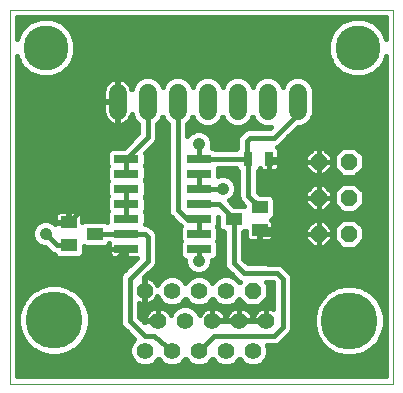
<source format=gtl>
G75*
%MOIN*%
%OFA0B0*%
%FSLAX24Y24*%
%IPPOS*%
%LPD*%
%AMOC8*
5,1,8,0,0,1.08239X$1,22.5*
%
%ADD10C,0.0000*%
%ADD11C,0.0554*%
%ADD12OC8,0.0554*%
%ADD13C,0.1900*%
%ADD14R,0.0800X0.0260*%
%ADD15C,0.0600*%
%ADD16OC8,0.0520*%
%ADD17R,0.0315X0.0472*%
%ADD18R,0.0551X0.0394*%
%ADD19C,0.0160*%
%ADD20C,0.0413*%
%ADD21C,0.1502*%
D10*
X000480Y004962D02*
X000480Y017432D01*
X013272Y017432D01*
X013272Y004962D01*
X000480Y004962D01*
D11*
X004984Y006062D03*
X005884Y006062D03*
X005434Y007062D03*
X004984Y008062D03*
X005884Y008062D03*
X006334Y007062D03*
X006784Y008062D03*
X007234Y007062D03*
X007684Y008062D03*
X008134Y007062D03*
X007684Y006062D03*
X008584Y006062D03*
X009034Y007062D03*
X006784Y006062D03*
D12*
X008584Y008062D03*
D13*
X011800Y007062D03*
X001960Y007082D03*
D14*
X004370Y009462D03*
X004370Y009962D03*
X004370Y010462D03*
X004370Y010962D03*
X004370Y011462D03*
X004370Y011962D03*
X004370Y012462D03*
X006790Y012462D03*
X006790Y011962D03*
X006790Y011462D03*
X006790Y010962D03*
X006790Y010462D03*
X006790Y009962D03*
X006790Y009462D03*
D15*
X007080Y014062D02*
X007080Y014662D01*
X006080Y014662D02*
X006080Y014062D01*
X005080Y014062D02*
X005080Y014662D01*
X004080Y014662D02*
X004080Y014062D01*
X008080Y014062D02*
X008080Y014662D01*
X009080Y014662D02*
X009080Y014062D01*
X010080Y014062D02*
X010080Y014662D01*
D16*
X010780Y012362D03*
X011780Y012362D03*
X011780Y011162D03*
X010780Y011162D03*
X010780Y009962D03*
X011780Y009962D03*
D17*
X009134Y012462D03*
X008426Y012462D03*
D18*
X008813Y010836D03*
X008813Y010088D03*
X007947Y010462D03*
X003313Y009962D03*
X002447Y010336D03*
X002447Y009588D03*
D19*
X002054Y009588D01*
X001680Y009962D01*
X001991Y010282D02*
X001933Y010341D01*
X001769Y010409D01*
X001591Y010409D01*
X001427Y010341D01*
X001301Y010215D01*
X001233Y010051D01*
X001233Y009873D01*
X001301Y009709D01*
X001427Y009583D01*
X001591Y009515D01*
X001674Y009515D01*
X001873Y009317D01*
X001957Y009282D01*
X001968Y009255D01*
X002035Y009188D01*
X002124Y009151D01*
X002770Y009151D01*
X002858Y009188D01*
X002926Y009255D01*
X002963Y009343D01*
X002963Y009536D01*
X002990Y009525D01*
X003636Y009525D01*
X003725Y009562D01*
X003792Y009629D01*
X003796Y009639D01*
X003790Y009616D01*
X003790Y009462D01*
X004370Y009462D01*
X004370Y009462D01*
X003970Y009062D01*
X003680Y009062D01*
X003826Y009221D02*
X003859Y009188D01*
X003901Y009164D01*
X003946Y009152D01*
X004370Y009152D01*
X004717Y009152D01*
X004209Y008643D01*
X004160Y008526D01*
X004160Y006998D01*
X004209Y006881D01*
X004299Y006791D01*
X004640Y006449D01*
X004546Y006355D01*
X004467Y006165D01*
X004467Y005959D01*
X004546Y005769D01*
X004691Y005623D01*
X004881Y005545D01*
X005087Y005545D01*
X005277Y005623D01*
X005423Y005769D01*
X005434Y005797D01*
X005446Y005769D01*
X005591Y005623D01*
X005781Y005545D01*
X005987Y005545D01*
X006177Y005623D01*
X006323Y005769D01*
X006334Y005797D01*
X006346Y005769D01*
X006491Y005623D01*
X006681Y005545D01*
X006887Y005545D01*
X007077Y005623D01*
X007223Y005769D01*
X007234Y005797D01*
X007246Y005769D01*
X007391Y005623D01*
X007581Y005545D01*
X007787Y005545D01*
X007977Y005623D01*
X008123Y005769D01*
X008134Y005797D01*
X008146Y005769D01*
X008291Y005623D01*
X008481Y005545D01*
X008687Y005545D01*
X008877Y005623D01*
X009023Y005769D01*
X009101Y005959D01*
X009101Y006165D01*
X009070Y006242D01*
X009344Y006242D01*
X009461Y006291D01*
X009551Y006381D01*
X009851Y006681D01*
X009900Y006798D01*
X009900Y008526D01*
X009851Y008643D01*
X009761Y008733D01*
X009561Y008933D01*
X009444Y008982D01*
X008413Y008982D01*
X008267Y009128D01*
X008267Y010025D01*
X008270Y010025D01*
X008357Y010061D01*
X008357Y009867D01*
X008370Y009822D01*
X008393Y009781D01*
X008427Y009747D01*
X008468Y009723D01*
X008514Y009711D01*
X008795Y009711D01*
X008795Y010069D01*
X008831Y010069D01*
X008831Y009711D01*
X009112Y009711D01*
X009158Y009723D01*
X009199Y009747D01*
X009233Y009781D01*
X009256Y009822D01*
X009269Y009867D01*
X009269Y010069D01*
X008832Y010069D01*
X008832Y010106D01*
X009269Y010106D01*
X009269Y010308D01*
X009256Y010354D01*
X009233Y010395D01*
X009202Y010426D01*
X009225Y010436D01*
X009292Y010503D01*
X009329Y010591D01*
X009329Y011080D01*
X009292Y011169D01*
X009225Y011236D01*
X009136Y011273D01*
X008829Y011273D01*
X008746Y011356D01*
X008746Y012049D01*
X008787Y012090D01*
X008812Y012151D01*
X008833Y012115D01*
X008866Y012082D01*
X008907Y012058D01*
X008953Y012046D01*
X009134Y012046D01*
X009134Y012462D01*
X009134Y012462D01*
X009134Y011916D01*
X008980Y011762D01*
X008746Y011777D02*
X013032Y011777D01*
X013032Y011619D02*
X012030Y011619D01*
X011987Y011662D02*
X011573Y011662D01*
X011280Y011369D01*
X011280Y010955D01*
X011573Y010662D01*
X011987Y010662D01*
X012280Y010955D01*
X012280Y011369D01*
X011987Y011662D01*
X011987Y011862D02*
X012280Y012155D01*
X012280Y012569D01*
X011987Y012862D01*
X011573Y012862D01*
X011280Y012569D01*
X011280Y012155D01*
X011573Y011862D01*
X011987Y011862D01*
X012061Y011936D02*
X013032Y011936D01*
X013032Y012094D02*
X012220Y012094D01*
X012280Y012253D02*
X013032Y012253D01*
X013032Y012411D02*
X012280Y012411D01*
X012279Y012570D02*
X013032Y012570D01*
X013032Y012728D02*
X012121Y012728D01*
X011499Y011936D02*
X010976Y011936D01*
X010962Y011922D02*
X011220Y012180D01*
X011220Y012362D01*
X011220Y012544D01*
X010962Y012802D01*
X010780Y012802D01*
X010598Y012802D01*
X010340Y012544D01*
X010340Y012362D01*
X010780Y012362D01*
X010780Y012802D01*
X010780Y012362D01*
X010780Y012362D01*
X011220Y012362D01*
X010780Y012362D01*
X010780Y012362D01*
X010780Y012362D01*
X009234Y012362D01*
X009134Y012462D01*
X009472Y012462D01*
X009472Y012722D01*
X009460Y012768D01*
X009436Y012809D01*
X009402Y012842D01*
X009378Y012856D01*
X009461Y012891D01*
X009551Y012981D01*
X010093Y013522D01*
X010187Y013522D01*
X010386Y013604D01*
X010538Y013756D01*
X010620Y013954D01*
X010620Y014769D01*
X010538Y014968D01*
X010386Y015120D01*
X010187Y015202D01*
X009973Y015202D01*
X009774Y015120D01*
X009622Y014968D01*
X009580Y014866D01*
X009538Y014968D01*
X009386Y015120D01*
X009187Y015202D01*
X008973Y015202D01*
X008774Y015120D01*
X008622Y014968D01*
X008580Y014866D01*
X008538Y014968D01*
X008386Y015120D01*
X008187Y015202D01*
X007973Y015202D01*
X007774Y015120D01*
X007622Y014968D01*
X007580Y014866D01*
X007538Y014968D01*
X007386Y015120D01*
X007187Y015202D01*
X006973Y015202D01*
X006774Y015120D01*
X006622Y014968D01*
X006580Y014866D01*
X006538Y014968D01*
X006386Y015120D01*
X006187Y015202D01*
X005973Y015202D01*
X005774Y015120D01*
X005622Y014968D01*
X005580Y014866D01*
X005538Y014968D01*
X005386Y015120D01*
X005187Y015202D01*
X004973Y015202D01*
X004774Y015120D01*
X004622Y014968D01*
X004545Y014783D01*
X004525Y014846D01*
X004491Y014913D01*
X004446Y014975D01*
X004393Y015028D01*
X004332Y015072D01*
X004264Y015107D01*
X004192Y015130D01*
X004118Y015142D01*
X004100Y015142D01*
X004100Y014382D01*
X004060Y014382D01*
X004060Y015142D01*
X004042Y015142D01*
X003968Y015130D01*
X003896Y015107D01*
X003828Y015072D01*
X003767Y015028D01*
X003714Y014975D01*
X003669Y014913D01*
X003635Y014846D01*
X003612Y014774D01*
X003600Y014700D01*
X003600Y014382D01*
X004060Y014382D01*
X004060Y014342D01*
X003600Y014342D01*
X003600Y014024D01*
X003612Y013949D01*
X003635Y013878D01*
X003669Y013810D01*
X003714Y013749D01*
X003767Y013696D01*
X003828Y013651D01*
X003896Y013617D01*
X003968Y013594D01*
X004042Y013582D01*
X004060Y013582D01*
X004060Y014342D01*
X004100Y014342D01*
X004100Y013582D01*
X004118Y013582D01*
X004192Y013594D01*
X004264Y013617D01*
X004332Y013651D01*
X004393Y013696D01*
X004446Y013749D01*
X004491Y013810D01*
X004525Y013878D01*
X004545Y013941D01*
X004622Y013756D01*
X004760Y013618D01*
X004760Y013304D01*
X004287Y012832D01*
X003922Y012832D01*
X003834Y012795D01*
X003767Y012728D01*
X000720Y012728D01*
X000720Y012570D02*
X003730Y012570D01*
X003730Y012640D02*
X003730Y012284D01*
X003760Y012212D01*
X003730Y012140D01*
X003730Y011784D01*
X003760Y011712D01*
X003730Y011640D01*
X003730Y011284D01*
X003760Y011212D01*
X003730Y011140D01*
X003730Y010784D01*
X003760Y010712D01*
X003730Y010640D01*
X003730Y010357D01*
X003725Y010362D01*
X003636Y010399D01*
X002990Y010399D01*
X002903Y010363D01*
X002903Y010556D01*
X002890Y010602D01*
X002867Y010643D01*
X002833Y010677D01*
X002792Y010700D01*
X002746Y010713D01*
X002465Y010713D01*
X002465Y010354D01*
X002429Y010354D01*
X002429Y010713D01*
X002148Y010713D01*
X002102Y010700D01*
X002061Y010677D01*
X002027Y010643D01*
X002004Y010602D01*
X001991Y010556D01*
X001991Y010354D01*
X002428Y010354D01*
X002428Y010317D01*
X001991Y010317D01*
X001991Y010282D01*
X001908Y010351D02*
X002428Y010351D01*
X002447Y010336D02*
X002973Y010862D01*
X003180Y010862D01*
X003380Y011062D01*
X003380Y012762D01*
X004080Y013462D01*
X004080Y014362D01*
X004060Y014313D02*
X004100Y014313D01*
X004100Y014155D02*
X004060Y014155D01*
X004060Y013996D02*
X004100Y013996D01*
X004100Y013838D02*
X004060Y013838D01*
X004060Y013679D02*
X004100Y013679D01*
X004370Y013679D02*
X004699Y013679D01*
X004760Y013521D02*
X000720Y013521D01*
X000720Y013679D02*
X003790Y013679D01*
X003655Y013838D02*
X000720Y013838D01*
X000720Y013996D02*
X003604Y013996D01*
X003600Y014155D02*
X000720Y014155D01*
X000720Y014313D02*
X003600Y014313D01*
X003600Y014472D02*
X000720Y014472D01*
X000720Y014630D02*
X003600Y014630D01*
X003617Y014789D02*
X000720Y014789D01*
X000720Y014947D02*
X003694Y014947D01*
X003894Y015106D02*
X000720Y015106D01*
X000720Y015264D02*
X001257Y015264D01*
X001119Y015322D02*
X001483Y015171D01*
X001877Y015171D01*
X002241Y015322D01*
X002520Y015600D01*
X002671Y015965D01*
X002671Y016359D01*
X002520Y016723D01*
X002241Y017002D01*
X001877Y017153D01*
X001483Y017153D01*
X001119Y017002D01*
X000840Y016723D01*
X000720Y016434D01*
X000720Y017192D01*
X013032Y017192D01*
X013032Y016453D01*
X012920Y016723D01*
X012641Y017002D01*
X012277Y017153D01*
X011883Y017153D01*
X011519Y017002D01*
X011240Y016723D01*
X011089Y016359D01*
X011089Y015965D01*
X011240Y015600D01*
X011519Y015322D01*
X011883Y015171D01*
X012277Y015171D01*
X012641Y015322D01*
X012920Y015600D01*
X013032Y015870D01*
X013032Y005202D01*
X000720Y005202D01*
X000720Y015889D01*
X000840Y015600D01*
X001119Y015322D01*
X001017Y015423D02*
X000720Y015423D01*
X000720Y015581D02*
X000859Y015581D01*
X000782Y015740D02*
X000720Y015740D01*
X000720Y016532D02*
X000761Y016532D01*
X000720Y016691D02*
X000826Y016691D01*
X000720Y016849D02*
X000966Y016849D01*
X001132Y017008D02*
X000720Y017008D01*
X000720Y017166D02*
X013032Y017166D01*
X013032Y017008D02*
X012628Y017008D01*
X012794Y016849D02*
X013032Y016849D01*
X013032Y016691D02*
X012934Y016691D01*
X012999Y016532D02*
X013032Y016532D01*
X013032Y015740D02*
X012978Y015740D01*
X013032Y015581D02*
X012901Y015581D01*
X013032Y015423D02*
X012743Y015423D01*
X012503Y015264D02*
X013032Y015264D01*
X013032Y015106D02*
X010400Y015106D01*
X010546Y014947D02*
X013032Y014947D01*
X013032Y014789D02*
X010612Y014789D01*
X010620Y014630D02*
X013032Y014630D01*
X013032Y014472D02*
X010620Y014472D01*
X010620Y014313D02*
X013032Y014313D01*
X013032Y014155D02*
X010620Y014155D01*
X010620Y013996D02*
X013032Y013996D01*
X013032Y013838D02*
X010572Y013838D01*
X010461Y013679D02*
X013032Y013679D01*
X013032Y013521D02*
X010092Y013521D01*
X009933Y013362D02*
X013032Y013362D01*
X013032Y013204D02*
X009775Y013204D01*
X009616Y013045D02*
X013032Y013045D01*
X013032Y012887D02*
X009452Y012887D01*
X009551Y012981D02*
X009551Y012981D01*
X009470Y012728D02*
X010524Y012728D01*
X010366Y012570D02*
X009472Y012570D01*
X009472Y012462D02*
X009134Y012462D01*
X009134Y012462D01*
X009134Y012046D01*
X009316Y012046D01*
X009361Y012058D01*
X009402Y012082D01*
X009436Y012115D01*
X009460Y012156D01*
X009472Y012202D01*
X009472Y012462D01*
X009472Y012411D02*
X010340Y012411D01*
X010340Y012362D02*
X010340Y012180D01*
X010598Y011922D01*
X010780Y011922D01*
X010962Y011922D01*
X010780Y011922D02*
X010780Y012362D01*
X010780Y011162D01*
X010780Y011602D01*
X010962Y011602D01*
X011220Y011344D01*
X011220Y011162D01*
X010780Y011162D01*
X010780Y011162D01*
X010780Y011602D01*
X010598Y011602D01*
X010340Y011344D01*
X010340Y011162D01*
X010780Y011162D01*
X010780Y011162D01*
X010780Y011162D01*
X010780Y009962D01*
X010780Y010402D01*
X010962Y010402D01*
X011220Y010144D01*
X011220Y009962D01*
X010780Y009962D01*
X010780Y009962D01*
X010780Y010402D01*
X010598Y010402D01*
X010340Y010144D01*
X010340Y009962D01*
X010780Y009962D01*
X010780Y009962D01*
X010780Y009962D01*
X008939Y009962D01*
X008813Y010088D01*
X008813Y009229D01*
X009080Y008962D01*
X009580Y008962D01*
X009880Y008662D01*
X009880Y007362D01*
X010180Y007062D01*
X009900Y007022D02*
X010610Y007022D01*
X010610Y006905D02*
X010691Y006603D01*
X010848Y006331D01*
X011069Y006110D01*
X011341Y005953D01*
X011643Y005872D01*
X011957Y005872D01*
X012259Y005953D01*
X012531Y006110D01*
X012752Y006331D01*
X012909Y006603D01*
X012990Y006905D01*
X012990Y007219D01*
X012909Y007521D01*
X012752Y007793D01*
X012531Y008014D01*
X012259Y008171D01*
X011957Y008252D01*
X011643Y008252D01*
X011341Y008171D01*
X011069Y008014D01*
X010848Y007793D01*
X010691Y007521D01*
X010610Y007219D01*
X010610Y006905D01*
X010621Y006864D02*
X009900Y006864D01*
X009862Y006705D02*
X010664Y006705D01*
X010723Y006547D02*
X009718Y006547D01*
X009559Y006388D02*
X010815Y006388D01*
X010949Y006230D02*
X009075Y006230D01*
X009101Y006071D02*
X011136Y006071D01*
X011490Y005913D02*
X009082Y005913D01*
X009008Y005754D02*
X013032Y005754D01*
X013032Y005596D02*
X008811Y005596D01*
X008358Y005596D02*
X007911Y005596D01*
X008108Y005754D02*
X008160Y005754D01*
X007458Y005596D02*
X007011Y005596D01*
X007208Y005754D02*
X007260Y005754D01*
X006784Y006062D02*
X007284Y006562D01*
X009280Y006562D01*
X009580Y006862D01*
X009580Y008462D01*
X009380Y008662D01*
X008280Y008662D01*
X007947Y008995D01*
X007947Y010462D01*
X007447Y010962D01*
X006790Y010962D01*
X006790Y011462D02*
X007580Y011462D01*
X007896Y011777D02*
X008106Y011777D01*
X008106Y011619D02*
X007998Y011619D01*
X008027Y011551D02*
X007959Y011715D01*
X007833Y011841D01*
X007669Y011909D01*
X007491Y011909D01*
X007430Y011883D01*
X007430Y012140D01*
X007429Y012142D01*
X008043Y012142D01*
X008065Y012090D01*
X008106Y012049D01*
X008106Y011160D01*
X008154Y011042D01*
X008297Y010899D01*
X008297Y010887D01*
X008270Y010899D01*
X007963Y010899D01*
X007794Y011067D01*
X007833Y011083D01*
X007959Y011209D01*
X008027Y011373D01*
X008027Y011551D01*
X008027Y011460D02*
X008106Y011460D01*
X008106Y011302D02*
X007997Y011302D01*
X007893Y011143D02*
X008112Y011143D01*
X008212Y010985D02*
X007876Y010985D01*
X007430Y010526D02*
X007431Y010525D01*
X007431Y010217D01*
X007468Y010129D01*
X007535Y010062D01*
X007624Y010025D01*
X007627Y010025D01*
X007627Y008931D01*
X007676Y008814D01*
X008009Y008481D01*
X008099Y008391D01*
X008157Y008366D01*
X008130Y008338D01*
X008123Y008355D01*
X007977Y008500D01*
X007787Y008579D01*
X007581Y008579D01*
X007391Y008500D01*
X007246Y008355D01*
X007234Y008327D01*
X007223Y008355D01*
X007077Y008500D01*
X006887Y008579D01*
X006681Y008579D01*
X006491Y008500D01*
X006346Y008355D01*
X006334Y008327D01*
X006323Y008355D01*
X006177Y008500D01*
X005987Y008579D01*
X005781Y008579D01*
X005591Y008500D01*
X005446Y008355D01*
X005402Y008249D01*
X005375Y008301D01*
X005333Y008360D01*
X005282Y008411D01*
X005224Y008453D01*
X005160Y008486D01*
X005091Y008508D01*
X005020Y008519D01*
X004993Y008519D01*
X004993Y008070D01*
X004976Y008070D01*
X004976Y008505D01*
X005261Y008791D01*
X005351Y008881D01*
X005400Y008998D01*
X005400Y009926D01*
X005351Y010043D01*
X005251Y010143D01*
X005161Y010233D01*
X005044Y010282D01*
X005009Y010282D01*
X005010Y010284D01*
X005010Y010640D01*
X004980Y010712D01*
X005010Y010784D01*
X005010Y011140D01*
X004980Y011212D01*
X005010Y011284D01*
X005010Y011640D01*
X004980Y011712D01*
X005010Y011784D01*
X005010Y012140D01*
X004980Y012212D01*
X005010Y012284D01*
X005010Y012640D01*
X005007Y012646D01*
X005261Y012901D01*
X005261Y012901D01*
X005351Y012991D01*
X005400Y013108D01*
X005400Y013618D01*
X005538Y013756D01*
X005580Y013858D01*
X005622Y013756D01*
X005760Y013618D01*
X005760Y010698D01*
X005809Y010581D01*
X006109Y010281D01*
X006179Y010210D01*
X006150Y010140D01*
X006150Y009784D01*
X006180Y009712D01*
X006150Y009640D01*
X006150Y009284D01*
X006187Y009196D01*
X006254Y009128D01*
X006333Y009096D01*
X006333Y008973D01*
X006401Y008809D01*
X006527Y008683D01*
X006691Y008615D01*
X006869Y008615D01*
X007033Y008683D01*
X007159Y008809D01*
X007227Y008973D01*
X007227Y009092D01*
X007238Y009092D01*
X007326Y009128D01*
X007393Y009196D01*
X007430Y009284D01*
X007430Y009640D01*
X007400Y009712D01*
X007430Y009784D01*
X007430Y010140D01*
X007400Y010212D01*
X007430Y010284D01*
X007430Y010526D01*
X007430Y010509D02*
X007431Y010509D01*
X007430Y010351D02*
X007431Y010351D01*
X007442Y010192D02*
X007408Y010192D01*
X007430Y010034D02*
X007602Y010034D01*
X007627Y009875D02*
X007430Y009875D01*
X007402Y009717D02*
X007627Y009717D01*
X007627Y009558D02*
X007430Y009558D01*
X007430Y009400D02*
X007627Y009400D01*
X007627Y009241D02*
X007412Y009241D01*
X007227Y009083D02*
X007627Y009083D01*
X007630Y008924D02*
X007207Y008924D01*
X007116Y008766D02*
X007723Y008766D01*
X007882Y008607D02*
X005078Y008607D01*
X004993Y008449D02*
X004976Y008449D01*
X004976Y008290D02*
X004993Y008290D01*
X004976Y008132D02*
X004993Y008132D01*
X004993Y008053D02*
X004976Y008053D01*
X004976Y007605D01*
X004948Y007605D01*
X004877Y007616D01*
X004809Y007638D01*
X004800Y007643D01*
X004800Y007194D01*
X004979Y007016D01*
X004977Y007026D01*
X004977Y007053D01*
X005426Y007053D01*
X005426Y007070D01*
X004977Y007070D01*
X004977Y007098D01*
X004988Y007169D01*
X005011Y007237D01*
X005043Y007301D01*
X005086Y007360D01*
X005137Y007411D01*
X005195Y007453D01*
X005259Y007486D01*
X005327Y007508D01*
X005398Y007519D01*
X005426Y007519D01*
X005426Y007070D01*
X005443Y007070D01*
X005443Y007519D01*
X005470Y007519D01*
X005541Y007508D01*
X005610Y007486D01*
X005674Y007453D01*
X005732Y007411D01*
X005783Y007360D01*
X005825Y007301D01*
X005852Y007249D01*
X005896Y007355D01*
X006041Y007500D01*
X006231Y007579D01*
X006437Y007579D01*
X006627Y007500D01*
X006773Y007355D01*
X006817Y007249D01*
X006843Y007301D01*
X006886Y007360D01*
X006937Y007411D01*
X006995Y007453D01*
X007059Y007486D01*
X007127Y007508D01*
X007198Y007519D01*
X007226Y007519D01*
X007226Y007070D01*
X007243Y007070D01*
X008126Y007070D01*
X008126Y007053D01*
X007677Y007053D01*
X007243Y007053D01*
X007243Y007070D01*
X007243Y007519D01*
X007270Y007519D01*
X007341Y007508D01*
X007410Y007486D01*
X007474Y007453D01*
X007532Y007411D01*
X007583Y007360D01*
X007625Y007301D01*
X007658Y007237D01*
X007680Y007169D01*
X007684Y007143D01*
X007688Y007169D01*
X007711Y007237D01*
X007743Y007301D01*
X007786Y007360D01*
X007837Y007411D01*
X007895Y007453D01*
X007959Y007486D01*
X008027Y007508D01*
X008098Y007519D01*
X008126Y007519D01*
X008126Y007070D01*
X008143Y007070D01*
X009026Y007070D01*
X009026Y007053D01*
X008577Y007053D01*
X008143Y007053D01*
X008143Y007070D01*
X008143Y007519D01*
X008170Y007519D01*
X008241Y007508D01*
X008310Y007486D01*
X008374Y007453D01*
X008432Y007411D01*
X008483Y007360D01*
X008525Y007301D01*
X008558Y007237D01*
X008580Y007169D01*
X008584Y007143D01*
X008588Y007169D01*
X008611Y007237D01*
X008643Y007301D01*
X008686Y007360D01*
X008737Y007411D01*
X008795Y007453D01*
X008859Y007486D01*
X008927Y007508D01*
X008998Y007519D01*
X009026Y007519D01*
X009026Y007070D01*
X009043Y007070D01*
X009043Y007519D01*
X009070Y007519D01*
X009141Y007508D01*
X009210Y007486D01*
X009260Y007460D01*
X009260Y008329D01*
X009247Y008342D01*
X009036Y008342D01*
X009101Y008276D01*
X009101Y007848D01*
X008799Y007545D01*
X008370Y007545D01*
X008130Y007785D01*
X008123Y007769D01*
X007977Y007623D01*
X007787Y007545D01*
X007581Y007545D01*
X007391Y007623D01*
X007246Y007769D01*
X007234Y007797D01*
X007223Y007769D01*
X007077Y007623D01*
X006887Y007545D01*
X006681Y007545D01*
X006491Y007623D01*
X006346Y007769D01*
X006334Y007797D01*
X006323Y007769D01*
X006177Y007623D01*
X005987Y007545D01*
X005781Y007545D01*
X005591Y007623D01*
X005446Y007769D01*
X005402Y007875D01*
X005375Y007822D01*
X005333Y007764D01*
X005282Y007713D01*
X005224Y007671D01*
X005160Y007638D01*
X005091Y007616D01*
X005020Y007605D01*
X004993Y007605D01*
X004993Y008053D01*
X004993Y007973D02*
X004976Y007973D01*
X004976Y007815D02*
X004993Y007815D01*
X004976Y007656D02*
X004993Y007656D01*
X005195Y007656D02*
X005558Y007656D01*
X005572Y007498D02*
X006039Y007498D01*
X005890Y007339D02*
X005798Y007339D01*
X005443Y007339D02*
X005426Y007339D01*
X005426Y007181D02*
X005443Y007181D01*
X005426Y007498D02*
X005443Y007498D01*
X005297Y007498D02*
X004800Y007498D01*
X004800Y007339D02*
X005071Y007339D01*
X004992Y007181D02*
X004814Y007181D01*
X004972Y007022D02*
X004978Y007022D01*
X004980Y006562D02*
X004480Y007062D01*
X004480Y008462D01*
X005080Y009062D01*
X005080Y009862D01*
X004980Y009962D01*
X004370Y009962D01*
X003313Y009962D01*
X003717Y009558D02*
X003790Y009558D01*
X003790Y009462D02*
X003790Y009308D01*
X003802Y009262D01*
X003826Y009221D01*
X003814Y009241D02*
X002912Y009241D01*
X002963Y009400D02*
X003790Y009400D01*
X003790Y009462D02*
X004370Y009462D01*
X004370Y009152D01*
X004370Y009462D01*
X004370Y009462D01*
X004370Y009400D02*
X004370Y009400D01*
X004370Y009241D02*
X004370Y009241D01*
X004648Y009083D02*
X000720Y009083D01*
X000720Y009241D02*
X001982Y009241D01*
X001789Y009400D02*
X000720Y009400D01*
X000720Y009558D02*
X001487Y009558D01*
X001298Y009717D02*
X000720Y009717D01*
X000720Y009875D02*
X001233Y009875D01*
X001233Y010034D02*
X000720Y010034D01*
X000720Y010192D02*
X001292Y010192D01*
X001452Y010351D02*
X000720Y010351D01*
X000720Y010509D02*
X001991Y010509D01*
X002052Y010668D02*
X000720Y010668D01*
X000720Y010826D02*
X003730Y010826D01*
X003742Y010668D02*
X002842Y010668D01*
X002903Y010509D02*
X003730Y010509D01*
X003730Y010985D02*
X000720Y010985D01*
X000720Y011143D02*
X003732Y011143D01*
X003730Y011302D02*
X000720Y011302D01*
X000720Y011460D02*
X003730Y011460D01*
X003730Y011619D02*
X000720Y011619D01*
X000720Y011777D02*
X003733Y011777D01*
X003730Y011936D02*
X000720Y011936D01*
X000720Y012094D02*
X003730Y012094D01*
X003743Y012253D02*
X000720Y012253D01*
X000720Y012411D02*
X003730Y012411D01*
X003730Y012640D02*
X003767Y012728D01*
X004342Y012887D02*
X000720Y012887D01*
X000720Y013045D02*
X004501Y013045D01*
X004659Y013204D02*
X000720Y013204D01*
X000720Y013362D02*
X004760Y013362D01*
X005080Y013172D02*
X004370Y012462D01*
X004370Y011962D01*
X004370Y011462D02*
X004370Y010962D01*
X004370Y010462D01*
X005010Y010509D02*
X005880Y010509D01*
X005773Y010668D02*
X004998Y010668D01*
X005010Y010826D02*
X005760Y010826D01*
X005760Y010985D02*
X005010Y010985D01*
X005008Y011143D02*
X005760Y011143D01*
X005760Y011302D02*
X005010Y011302D01*
X005010Y011460D02*
X005760Y011460D01*
X005760Y011619D02*
X005010Y011619D01*
X005007Y011777D02*
X005760Y011777D01*
X005760Y011936D02*
X005010Y011936D01*
X005010Y012094D02*
X005760Y012094D01*
X005760Y012253D02*
X004997Y012253D01*
X005010Y012411D02*
X005760Y012411D01*
X005760Y012570D02*
X005010Y012570D01*
X005089Y012728D02*
X005760Y012728D01*
X005760Y012887D02*
X005248Y012887D01*
X005374Y013045D02*
X005760Y013045D01*
X005760Y013204D02*
X005400Y013204D01*
X005400Y013362D02*
X005760Y013362D01*
X005760Y013521D02*
X005400Y013521D01*
X005461Y013679D02*
X005699Y013679D01*
X005588Y013838D02*
X005572Y013838D01*
X005080Y014362D02*
X005080Y013172D01*
X004588Y013838D02*
X004505Y013838D01*
X004100Y014472D02*
X004060Y014472D01*
X004060Y014630D02*
X004100Y014630D01*
X004100Y014789D02*
X004060Y014789D01*
X004060Y014947D02*
X004100Y014947D01*
X004100Y015106D02*
X004060Y015106D01*
X004266Y015106D02*
X004760Y015106D01*
X004614Y014947D02*
X004466Y014947D01*
X004543Y014789D02*
X004548Y014789D01*
X005400Y015106D02*
X005760Y015106D01*
X005614Y014947D02*
X005546Y014947D01*
X006080Y014362D02*
X006080Y010762D01*
X006380Y010462D01*
X006790Y010462D01*
X006790Y009962D01*
X006790Y009462D02*
X006780Y009452D01*
X006780Y009062D01*
X006333Y009083D02*
X005400Y009083D01*
X005400Y009241D02*
X006168Y009241D01*
X006150Y009400D02*
X005400Y009400D01*
X005400Y009558D02*
X006150Y009558D01*
X006178Y009717D02*
X005400Y009717D01*
X005400Y009875D02*
X006150Y009875D01*
X006150Y010034D02*
X005355Y010034D01*
X005202Y010192D02*
X006172Y010192D01*
X006038Y010351D02*
X005010Y010351D01*
X005369Y008924D02*
X006353Y008924D01*
X006444Y008766D02*
X005237Y008766D01*
X005229Y008449D02*
X005540Y008449D01*
X005419Y008290D02*
X005381Y008290D01*
X005370Y007815D02*
X005427Y007815D01*
X006210Y007656D02*
X006458Y007656D01*
X006630Y007498D02*
X007097Y007498D01*
X007226Y007498D02*
X007243Y007498D01*
X007372Y007498D02*
X007997Y007498D01*
X008126Y007498D02*
X008143Y007498D01*
X008272Y007498D02*
X008897Y007498D01*
X009026Y007498D02*
X009043Y007498D01*
X009172Y007498D02*
X009260Y007498D01*
X009260Y007656D02*
X008910Y007656D01*
X009069Y007815D02*
X009260Y007815D01*
X009260Y007973D02*
X009101Y007973D01*
X009101Y008132D02*
X009260Y008132D01*
X009260Y008290D02*
X009087Y008290D01*
X009570Y008924D02*
X013032Y008924D01*
X013032Y008766D02*
X009729Y008766D01*
X009866Y008607D02*
X013032Y008607D01*
X013032Y008449D02*
X009900Y008449D01*
X009900Y008290D02*
X013032Y008290D01*
X013032Y008132D02*
X012327Y008132D01*
X012571Y007973D02*
X013032Y007973D01*
X013032Y007815D02*
X012730Y007815D01*
X012831Y007656D02*
X013032Y007656D01*
X013032Y007498D02*
X012915Y007498D01*
X012958Y007339D02*
X013032Y007339D01*
X013032Y007181D02*
X012990Y007181D01*
X012990Y007022D02*
X013032Y007022D01*
X013032Y006864D02*
X012979Y006864D01*
X012936Y006705D02*
X013032Y006705D01*
X013032Y006547D02*
X012877Y006547D01*
X012785Y006388D02*
X013032Y006388D01*
X013032Y006230D02*
X012651Y006230D01*
X012464Y006071D02*
X013032Y006071D01*
X013032Y005913D02*
X012110Y005913D01*
X013032Y005437D02*
X000720Y005437D01*
X000720Y005279D02*
X013032Y005279D01*
X010769Y007656D02*
X009900Y007656D01*
X009900Y007498D02*
X010685Y007498D01*
X010642Y007339D02*
X009900Y007339D01*
X009900Y007181D02*
X010610Y007181D01*
X010870Y007815D02*
X009900Y007815D01*
X009900Y007973D02*
X011029Y007973D01*
X011273Y008132D02*
X009900Y008132D01*
X009043Y007339D02*
X009026Y007339D01*
X009026Y007181D02*
X009043Y007181D01*
X008671Y007339D02*
X008498Y007339D01*
X008576Y007181D02*
X008592Y007181D01*
X008143Y007181D02*
X008126Y007181D01*
X008126Y007339D02*
X008143Y007339D01*
X008258Y007656D02*
X008010Y007656D01*
X007771Y007339D02*
X007598Y007339D01*
X007676Y007181D02*
X007692Y007181D01*
X007358Y007656D02*
X007110Y007656D01*
X007226Y007339D02*
X007243Y007339D01*
X007226Y007181D02*
X007243Y007181D01*
X006871Y007339D02*
X006779Y007339D01*
X006440Y008449D02*
X006229Y008449D01*
X007129Y008449D02*
X007340Y008449D01*
X008029Y008449D02*
X008040Y008449D01*
X008312Y009083D02*
X013032Y009083D01*
X013032Y009241D02*
X008267Y009241D01*
X008267Y009400D02*
X013032Y009400D01*
X013032Y009558D02*
X012084Y009558D01*
X011987Y009462D02*
X012280Y009755D01*
X012280Y010169D01*
X011987Y010462D01*
X011573Y010462D01*
X011280Y010169D01*
X011280Y009755D01*
X011573Y009462D01*
X011987Y009462D01*
X012242Y009717D02*
X013032Y009717D01*
X013032Y009875D02*
X012280Y009875D01*
X012280Y010034D02*
X013032Y010034D01*
X013032Y010192D02*
X012257Y010192D01*
X012098Y010351D02*
X013032Y010351D01*
X013032Y010509D02*
X009295Y010509D01*
X009329Y010668D02*
X011567Y010668D01*
X011408Y010826D02*
X011067Y010826D01*
X010962Y010722D02*
X011220Y010980D01*
X011220Y011162D01*
X010780Y011162D01*
X010340Y011162D01*
X010340Y010980D01*
X010598Y010722D01*
X010780Y010722D01*
X010962Y010722D01*
X010780Y010722D02*
X010780Y011162D01*
X010780Y011162D01*
X010780Y010722D01*
X010780Y010826D02*
X010780Y010826D01*
X010780Y010985D02*
X010780Y010985D01*
X010780Y011143D02*
X010780Y011143D01*
X010780Y011302D02*
X010780Y011302D01*
X010780Y011460D02*
X010780Y011460D01*
X011104Y011460D02*
X011371Y011460D01*
X011280Y011302D02*
X011220Y011302D01*
X011220Y011143D02*
X011280Y011143D01*
X011280Y010985D02*
X011220Y010985D01*
X011530Y011619D02*
X008746Y011619D01*
X008746Y011460D02*
X010456Y011460D01*
X010340Y011302D02*
X008800Y011302D01*
X008426Y011223D02*
X008813Y010836D01*
X008426Y011223D02*
X008426Y012462D01*
X008380Y012508D01*
X008380Y013062D01*
X008480Y013162D01*
X009280Y013162D01*
X010080Y013962D01*
X010080Y014362D01*
X009614Y014947D02*
X009546Y014947D01*
X009400Y015106D02*
X009760Y015106D01*
X008760Y015106D02*
X008400Y015106D01*
X008546Y014947D02*
X008614Y014947D01*
X007760Y015106D02*
X007400Y015106D01*
X007546Y014947D02*
X007614Y014947D01*
X006760Y015106D02*
X006400Y015106D01*
X006546Y014947D02*
X006614Y014947D01*
X006580Y013858D02*
X006622Y013756D01*
X006774Y013604D01*
X006973Y013522D01*
X007187Y013522D01*
X007386Y013604D01*
X007538Y013756D01*
X007580Y013858D01*
X007622Y013756D01*
X007774Y013604D01*
X007973Y013522D01*
X008187Y013522D01*
X008386Y013604D01*
X008538Y013756D01*
X008580Y013858D01*
X008622Y013756D01*
X008774Y013604D01*
X008973Y013522D01*
X009187Y013522D01*
X009187Y013522D01*
X009147Y013482D01*
X008416Y013482D01*
X008299Y013433D01*
X008199Y013333D01*
X008109Y013243D01*
X008060Y013126D01*
X008060Y012823D01*
X008043Y012782D01*
X007339Y012782D01*
X007326Y012795D01*
X007238Y012832D01*
X007210Y012832D01*
X007227Y012873D01*
X007227Y013051D01*
X007159Y013215D01*
X007033Y013341D01*
X006869Y013409D01*
X006691Y013409D01*
X006527Y013341D01*
X006401Y013215D01*
X006400Y013212D01*
X006400Y013618D01*
X006538Y013756D01*
X006580Y013858D01*
X006572Y013838D02*
X006588Y013838D01*
X006699Y013679D02*
X006461Y013679D01*
X006400Y013521D02*
X009186Y013521D01*
X008699Y013679D02*
X008461Y013679D01*
X008572Y013838D02*
X008588Y013838D01*
X008228Y013362D02*
X006980Y013362D01*
X007163Y013204D02*
X008092Y013204D01*
X008060Y013045D02*
X007227Y013045D01*
X007227Y012887D02*
X008060Y012887D01*
X008426Y012462D02*
X006790Y012462D01*
X006790Y012952D01*
X006780Y012962D01*
X006580Y013362D02*
X006400Y013362D01*
X007461Y013679D02*
X007699Y013679D01*
X007588Y013838D02*
X007572Y013838D01*
X007430Y012094D02*
X008063Y012094D01*
X008106Y011936D02*
X007430Y011936D01*
X006790Y011962D02*
X006790Y011772D01*
X006780Y011762D01*
X006780Y011472D01*
X006790Y011462D01*
X008292Y010034D02*
X008357Y010034D01*
X008357Y009875D02*
X008267Y009875D01*
X008267Y009717D02*
X008492Y009717D01*
X008267Y009558D02*
X010561Y009558D01*
X010598Y009522D02*
X010780Y009522D01*
X010962Y009522D01*
X011220Y009780D01*
X011220Y009962D01*
X010780Y009962D01*
X010340Y009962D01*
X010340Y009780D01*
X010598Y009522D01*
X010780Y009522D02*
X010780Y009962D01*
X010780Y009522D01*
X010780Y009558D02*
X010780Y009558D01*
X010780Y009717D02*
X010780Y009717D01*
X010780Y009875D02*
X010780Y009875D01*
X010780Y009962D02*
X010780Y009962D01*
X010780Y010034D02*
X010780Y010034D01*
X010780Y010192D02*
X010780Y010192D01*
X010780Y010351D02*
X010780Y010351D01*
X011013Y010351D02*
X011462Y010351D01*
X011303Y010192D02*
X011172Y010192D01*
X011220Y010034D02*
X011280Y010034D01*
X011280Y009875D02*
X011220Y009875D01*
X011157Y009717D02*
X011318Y009717D01*
X011476Y009558D02*
X010999Y009558D01*
X010403Y009717D02*
X009134Y009717D01*
X009269Y009875D02*
X010340Y009875D01*
X010340Y010034D02*
X009269Y010034D01*
X009269Y010192D02*
X010388Y010192D01*
X010547Y010351D02*
X009257Y010351D01*
X009329Y010826D02*
X010493Y010826D01*
X010340Y010985D02*
X009329Y010985D01*
X009303Y011143D02*
X010340Y011143D01*
X010584Y011936D02*
X008746Y011936D01*
X008789Y012094D02*
X008854Y012094D01*
X009134Y012094D02*
X009134Y012094D01*
X009134Y012253D02*
X009134Y012253D01*
X009134Y012411D02*
X009134Y012411D01*
X009415Y012094D02*
X010425Y012094D01*
X010340Y012253D02*
X009472Y012253D01*
X010340Y012362D02*
X010780Y012362D01*
X010780Y012362D01*
X010780Y011922D01*
X010780Y011936D02*
X010780Y011936D01*
X010780Y012094D02*
X010780Y012094D01*
X010780Y012253D02*
X010780Y012253D01*
X010780Y012411D02*
X010780Y012411D01*
X010780Y012570D02*
X010780Y012570D01*
X010780Y012728D02*
X010780Y012728D01*
X011036Y012728D02*
X011439Y012728D01*
X011281Y012570D02*
X011194Y012570D01*
X011220Y012411D02*
X011280Y012411D01*
X011280Y012253D02*
X011220Y012253D01*
X011135Y012094D02*
X011340Y012094D01*
X012189Y011460D02*
X013032Y011460D01*
X013032Y011302D02*
X012280Y011302D01*
X012280Y011143D02*
X013032Y011143D01*
X013032Y010985D02*
X012280Y010985D01*
X012152Y010826D02*
X013032Y010826D01*
X013032Y010668D02*
X011993Y010668D01*
X008831Y010034D02*
X008795Y010034D01*
X008795Y009875D02*
X008831Y009875D01*
X008831Y009717D02*
X008795Y009717D01*
X005884Y006062D02*
X005284Y006562D01*
X004980Y006562D01*
X004579Y006388D02*
X002934Y006388D01*
X002912Y006351D02*
X003069Y006623D01*
X003150Y006925D01*
X003150Y007239D01*
X003069Y007541D01*
X002912Y007813D01*
X002691Y008034D01*
X002419Y008191D01*
X002117Y008272D01*
X001803Y008272D01*
X001501Y008191D01*
X001229Y008034D01*
X001008Y007813D01*
X000851Y007541D01*
X000770Y007239D01*
X000770Y006925D01*
X000851Y006623D01*
X001008Y006351D01*
X001229Y006130D01*
X001501Y005973D01*
X001803Y005892D01*
X002117Y005892D01*
X002419Y005973D01*
X002691Y006130D01*
X002912Y006351D01*
X002791Y006230D02*
X004494Y006230D01*
X004467Y006071D02*
X002590Y006071D01*
X002195Y005913D02*
X004486Y005913D01*
X004560Y005754D02*
X000720Y005754D01*
X000720Y005596D02*
X004758Y005596D01*
X005211Y005596D02*
X005658Y005596D01*
X005460Y005754D02*
X005408Y005754D01*
X006111Y005596D02*
X006558Y005596D01*
X006360Y005754D02*
X006308Y005754D01*
X004542Y006547D02*
X003025Y006547D01*
X003091Y006705D02*
X004384Y006705D01*
X004225Y006864D02*
X003134Y006864D01*
X003150Y007022D02*
X004160Y007022D01*
X004160Y007181D02*
X003150Y007181D01*
X003123Y007339D02*
X004160Y007339D01*
X004160Y007498D02*
X003081Y007498D01*
X003002Y007656D02*
X004160Y007656D01*
X004160Y007815D02*
X002910Y007815D01*
X002751Y007973D02*
X004160Y007973D01*
X004160Y008132D02*
X002521Y008132D01*
X001399Y008132D02*
X000720Y008132D01*
X000720Y008290D02*
X004160Y008290D01*
X004160Y008449D02*
X000720Y008449D01*
X000720Y008607D02*
X004194Y008607D01*
X004331Y008766D02*
X000720Y008766D01*
X000720Y008924D02*
X004490Y008924D01*
X002465Y010509D02*
X002429Y010509D01*
X002429Y010668D02*
X002465Y010668D01*
X001169Y007973D02*
X000720Y007973D01*
X000720Y007815D02*
X001010Y007815D01*
X000918Y007656D02*
X000720Y007656D01*
X000720Y007498D02*
X000839Y007498D01*
X000797Y007339D02*
X000720Y007339D01*
X000720Y007181D02*
X000770Y007181D01*
X000770Y007022D02*
X000720Y007022D01*
X000720Y006864D02*
X000786Y006864D01*
X000829Y006705D02*
X000720Y006705D01*
X000720Y006547D02*
X000895Y006547D01*
X000986Y006388D02*
X000720Y006388D01*
X000720Y006230D02*
X001129Y006230D01*
X001330Y006071D02*
X000720Y006071D01*
X000720Y005913D02*
X001725Y005913D01*
X002103Y015264D02*
X011657Y015264D01*
X011417Y015423D02*
X002343Y015423D01*
X002501Y015581D02*
X011259Y015581D01*
X011182Y015740D02*
X002578Y015740D01*
X002644Y015898D02*
X011116Y015898D01*
X011089Y016057D02*
X002671Y016057D01*
X002671Y016215D02*
X011089Y016215D01*
X011095Y016374D02*
X002665Y016374D01*
X002599Y016532D02*
X011161Y016532D01*
X011226Y016691D02*
X002534Y016691D01*
X002394Y016849D02*
X011366Y016849D01*
X011532Y017008D02*
X002228Y017008D01*
D20*
X006780Y012962D03*
X007380Y013262D03*
X007980Y011962D03*
X007580Y011462D03*
X008980Y011762D03*
X006780Y009062D03*
X003680Y009062D03*
X001680Y009962D03*
X010180Y007062D03*
D21*
X012080Y016162D03*
X001680Y016162D03*
M02*

</source>
